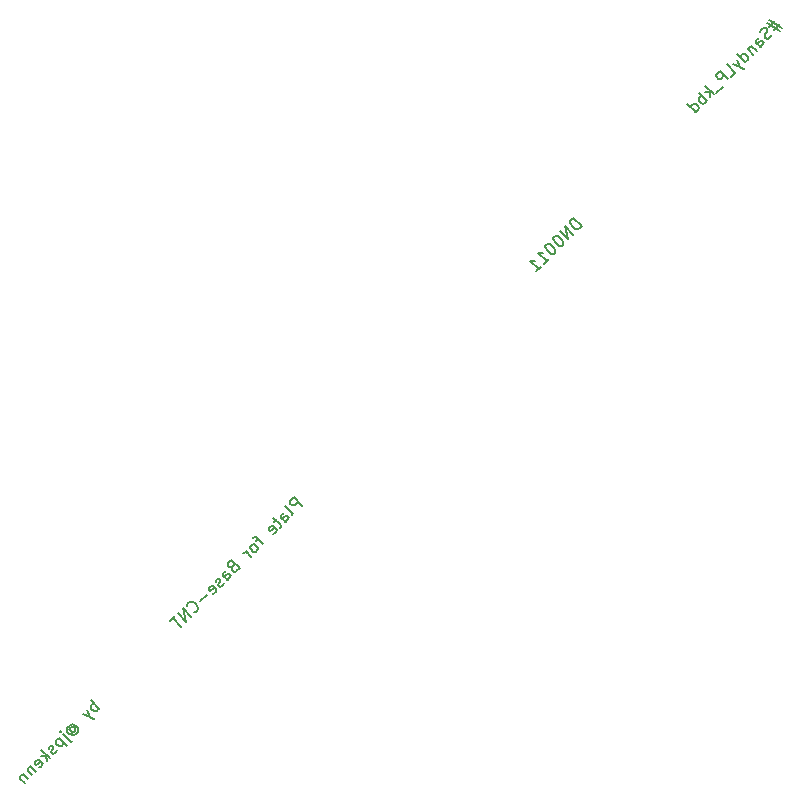
<source format=gbo>
G04 #@! TF.GenerationSoftware,KiCad,Pcbnew,8.0.5*
G04 #@! TF.CreationDate,2024-09-29T21:28:28+09:00*
G04 #@! TF.ProjectId,SandyLP_Plate_Base_Center,53616e64-794c-4505-9f50-6c6174655f42,v.0*
G04 #@! TF.SameCoordinates,Original*
G04 #@! TF.FileFunction,Legend,Bot*
G04 #@! TF.FilePolarity,Positive*
%FSLAX46Y46*%
G04 Gerber Fmt 4.6, Leading zero omitted, Abs format (unit mm)*
G04 Created by KiCad (PCBNEW 8.0.5) date 2024-09-29 21:28:28*
%MOMM*%
%LPD*%
G01*
G04 APERTURE LIST*
G04 Aperture macros list*
%AMRoundRect*
0 Rectangle with rounded corners*
0 $1 Rounding radius*
0 $2 $3 $4 $5 $6 $7 $8 $9 X,Y pos of 4 corners*
0 Add a 4 corners polygon primitive as box body*
4,1,4,$2,$3,$4,$5,$6,$7,$8,$9,$2,$3,0*
0 Add four circle primitives for the rounded corners*
1,1,$1+$1,$2,$3*
1,1,$1+$1,$4,$5*
1,1,$1+$1,$6,$7*
1,1,$1+$1,$8,$9*
0 Add four rect primitives between the rounded corners*
20,1,$1+$1,$2,$3,$4,$5,0*
20,1,$1+$1,$4,$5,$6,$7,0*
20,1,$1+$1,$6,$7,$8,$9,0*
20,1,$1+$1,$8,$9,$2,$3,0*%
G04 Aperture macros list end*
%ADD10C,0.150000*%
%ADD11RoundRect,0.900000X4.596201X-4.596187X-4.596187X4.596201X-4.596201X4.596187X4.596187X-4.596201X0*%
%ADD12RoundRect,0.900000X-4.596187X-4.596201X4.596201X4.596187X4.596187X4.596201X-4.596201X-4.596187X0*%
%ADD13RoundRect,0.900000X5.480070X5.480085X-5.480085X-5.480070X-5.480070X-5.480085X5.480085X5.480070X0*%
G04 APERTURE END LIST*
D10*
X177470491Y-79146377D02*
X176763385Y-78439270D01*
X176763385Y-78439270D02*
X176595026Y-78607629D01*
X176595026Y-78607629D02*
X176527682Y-78742316D01*
X176527682Y-78742316D02*
X176527682Y-78877003D01*
X176527682Y-78877003D02*
X176561354Y-78978018D01*
X176561354Y-78978018D02*
X176662369Y-79146377D01*
X176662369Y-79146377D02*
X176763385Y-79247392D01*
X176763385Y-79247392D02*
X176931743Y-79348408D01*
X176931743Y-79348408D02*
X177032759Y-79382079D01*
X177032759Y-79382079D02*
X177167446Y-79382079D01*
X177167446Y-79382079D02*
X177302133Y-79314736D01*
X177302133Y-79314736D02*
X177470491Y-79146377D01*
X176763385Y-79853484D02*
X176056278Y-79146377D01*
X176056278Y-79146377D02*
X176359324Y-80257545D01*
X176359324Y-80257545D02*
X175652217Y-79550438D01*
X175180812Y-80021843D02*
X175113469Y-80089186D01*
X175113469Y-80089186D02*
X175079797Y-80190201D01*
X175079797Y-80190201D02*
X175079797Y-80257545D01*
X175079797Y-80257545D02*
X175113469Y-80358560D01*
X175113469Y-80358560D02*
X175214484Y-80526919D01*
X175214484Y-80526919D02*
X175382843Y-80695278D01*
X175382843Y-80695278D02*
X175551202Y-80796293D01*
X175551202Y-80796293D02*
X175652217Y-80829965D01*
X175652217Y-80829965D02*
X175719560Y-80829965D01*
X175719560Y-80829965D02*
X175820576Y-80796293D01*
X175820576Y-80796293D02*
X175887919Y-80728949D01*
X175887919Y-80728949D02*
X175921591Y-80627934D01*
X175921591Y-80627934D02*
X175921591Y-80560591D01*
X175921591Y-80560591D02*
X175887919Y-80459575D01*
X175887919Y-80459575D02*
X175786904Y-80291217D01*
X175786904Y-80291217D02*
X175618545Y-80122858D01*
X175618545Y-80122858D02*
X175450186Y-80021843D01*
X175450186Y-80021843D02*
X175349171Y-79988171D01*
X175349171Y-79988171D02*
X175281828Y-79988171D01*
X175281828Y-79988171D02*
X175180812Y-80021843D01*
X174507377Y-80695278D02*
X174440034Y-80762621D01*
X174440034Y-80762621D02*
X174406362Y-80863636D01*
X174406362Y-80863636D02*
X174406362Y-80930980D01*
X174406362Y-80930980D02*
X174440034Y-81031995D01*
X174440034Y-81031995D02*
X174541049Y-81200354D01*
X174541049Y-81200354D02*
X174709408Y-81368713D01*
X174709408Y-81368713D02*
X174877766Y-81469728D01*
X174877766Y-81469728D02*
X174978782Y-81503400D01*
X174978782Y-81503400D02*
X175046125Y-81503400D01*
X175046125Y-81503400D02*
X175147140Y-81469728D01*
X175147140Y-81469728D02*
X175214484Y-81402384D01*
X175214484Y-81402384D02*
X175248156Y-81301369D01*
X175248156Y-81301369D02*
X175248156Y-81234026D01*
X175248156Y-81234026D02*
X175214484Y-81133010D01*
X175214484Y-81133010D02*
X175113469Y-80964652D01*
X175113469Y-80964652D02*
X174945110Y-80796293D01*
X174945110Y-80796293D02*
X174776751Y-80695278D01*
X174776751Y-80695278D02*
X174675736Y-80661606D01*
X174675736Y-80661606D02*
X174608392Y-80661606D01*
X174608392Y-80661606D02*
X174507377Y-80695278D01*
X174305347Y-82311522D02*
X174709408Y-81907461D01*
X174507377Y-82109491D02*
X173800270Y-81402384D01*
X173800270Y-81402384D02*
X173968629Y-81436056D01*
X173968629Y-81436056D02*
X174103316Y-81436056D01*
X174103316Y-81436056D02*
X174204331Y-81402384D01*
X173631912Y-82984957D02*
X174035973Y-82580896D01*
X173833942Y-82782926D02*
X173126835Y-82075819D01*
X173126835Y-82075819D02*
X173295194Y-82109491D01*
X173295194Y-82109491D02*
X173429881Y-82109491D01*
X173429881Y-82109491D02*
X173530896Y-82075819D01*
X153795861Y-102821007D02*
X153088754Y-102113900D01*
X153088754Y-102113900D02*
X152819380Y-102383274D01*
X152819380Y-102383274D02*
X152785709Y-102484290D01*
X152785709Y-102484290D02*
X152785709Y-102551633D01*
X152785709Y-102551633D02*
X152819380Y-102652648D01*
X152819380Y-102652648D02*
X152920396Y-102753664D01*
X152920396Y-102753664D02*
X153021411Y-102787335D01*
X153021411Y-102787335D02*
X153088754Y-102787335D01*
X153088754Y-102787335D02*
X153189770Y-102753664D01*
X153189770Y-102753664D02*
X153459144Y-102484290D01*
X152987739Y-103629129D02*
X153021411Y-103528114D01*
X153021411Y-103528114D02*
X152987739Y-103427099D01*
X152987739Y-103427099D02*
X152381648Y-102821007D01*
X152415319Y-104201549D02*
X152044930Y-103831160D01*
X152044930Y-103831160D02*
X152011258Y-103730145D01*
X152011258Y-103730145D02*
X152044930Y-103629130D01*
X152044930Y-103629130D02*
X152179617Y-103494443D01*
X152179617Y-103494443D02*
X152280632Y-103460771D01*
X152381647Y-104167878D02*
X152482663Y-104134206D01*
X152482663Y-104134206D02*
X152651021Y-103965847D01*
X152651021Y-103965847D02*
X152684693Y-103864832D01*
X152684693Y-103864832D02*
X152651021Y-103763817D01*
X152651021Y-103763817D02*
X152583678Y-103696473D01*
X152583678Y-103696473D02*
X152482663Y-103662801D01*
X152482663Y-103662801D02*
X152381647Y-103696473D01*
X152381647Y-103696473D02*
X152213289Y-103864832D01*
X152213289Y-103864832D02*
X152112273Y-103898504D01*
X151708212Y-103965847D02*
X151438838Y-104235221D01*
X151371495Y-103831160D02*
X151977586Y-104437252D01*
X151977586Y-104437252D02*
X152011258Y-104538267D01*
X152011258Y-104538267D02*
X151977586Y-104639282D01*
X151977586Y-104639282D02*
X151910243Y-104706626D01*
X151371494Y-105178030D02*
X151472510Y-105144359D01*
X151472510Y-105144359D02*
X151607197Y-105009672D01*
X151607197Y-105009672D02*
X151640868Y-104908656D01*
X151640868Y-104908656D02*
X151607197Y-104807641D01*
X151607197Y-104807641D02*
X151337823Y-104538267D01*
X151337823Y-104538267D02*
X151236807Y-104504595D01*
X151236807Y-104504595D02*
X151135792Y-104538267D01*
X151135792Y-104538267D02*
X151001105Y-104672954D01*
X151001105Y-104672954D02*
X150967433Y-104773969D01*
X150967433Y-104773969D02*
X151001105Y-104874985D01*
X151001105Y-104874985D02*
X151068449Y-104942328D01*
X151068449Y-104942328D02*
X151472510Y-104672954D01*
X150159311Y-105514748D02*
X149889937Y-105784122D01*
X150529700Y-106087168D02*
X149923609Y-105481076D01*
X149923609Y-105481076D02*
X149822594Y-105447405D01*
X149822594Y-105447405D02*
X149721578Y-105481076D01*
X149721578Y-105481076D02*
X149654235Y-105548420D01*
X150024624Y-106592245D02*
X150058295Y-106491229D01*
X150058295Y-106491229D02*
X150058295Y-106423886D01*
X150058295Y-106423886D02*
X150024624Y-106322871D01*
X150024624Y-106322871D02*
X149822593Y-106120840D01*
X149822593Y-106120840D02*
X149721578Y-106087168D01*
X149721578Y-106087168D02*
X149654234Y-106087168D01*
X149654234Y-106087168D02*
X149553219Y-106120840D01*
X149553219Y-106120840D02*
X149452204Y-106221855D01*
X149452204Y-106221855D02*
X149418532Y-106322871D01*
X149418532Y-106322871D02*
X149418532Y-106390214D01*
X149418532Y-106390214D02*
X149452204Y-106491229D01*
X149452204Y-106491229D02*
X149654234Y-106693260D01*
X149654234Y-106693260D02*
X149755250Y-106726932D01*
X149755250Y-106726932D02*
X149822593Y-106726932D01*
X149822593Y-106726932D02*
X149923608Y-106693260D01*
X149923608Y-106693260D02*
X150024624Y-106592245D01*
X149485876Y-107130993D02*
X149014471Y-106659588D01*
X149149158Y-106794275D02*
X149048143Y-106760603D01*
X149048143Y-106760603D02*
X148980799Y-106760603D01*
X148980799Y-106760603D02*
X148879784Y-106794275D01*
X148879784Y-106794275D02*
X148812441Y-106861619D01*
X147903303Y-107972787D02*
X147835959Y-108107474D01*
X147835959Y-108107474D02*
X147835959Y-108174817D01*
X147835959Y-108174817D02*
X147869631Y-108275833D01*
X147869631Y-108275833D02*
X147970646Y-108376848D01*
X147970646Y-108376848D02*
X148071662Y-108410520D01*
X148071662Y-108410520D02*
X148139005Y-108410520D01*
X148139005Y-108410520D02*
X148240020Y-108376848D01*
X148240020Y-108376848D02*
X148509394Y-108107474D01*
X148509394Y-108107474D02*
X147802288Y-107400367D01*
X147802288Y-107400367D02*
X147566585Y-107636069D01*
X147566585Y-107636069D02*
X147532914Y-107737085D01*
X147532914Y-107737085D02*
X147532914Y-107804428D01*
X147532914Y-107804428D02*
X147566585Y-107905443D01*
X147566585Y-107905443D02*
X147633929Y-107972787D01*
X147633929Y-107972787D02*
X147734944Y-108006459D01*
X147734944Y-108006459D02*
X147802288Y-108006459D01*
X147802288Y-108006459D02*
X147903303Y-107972787D01*
X147903303Y-107972787D02*
X148139005Y-107737085D01*
X147499242Y-109117626D02*
X147128853Y-108747237D01*
X147128853Y-108747237D02*
X147095181Y-108646222D01*
X147095181Y-108646222D02*
X147128853Y-108545207D01*
X147128853Y-108545207D02*
X147263540Y-108410520D01*
X147263540Y-108410520D02*
X147364555Y-108376848D01*
X147465570Y-109083955D02*
X147566585Y-109050283D01*
X147566585Y-109050283D02*
X147734944Y-108881924D01*
X147734944Y-108881924D02*
X147768616Y-108780909D01*
X147768616Y-108780909D02*
X147734944Y-108679894D01*
X147734944Y-108679894D02*
X147667601Y-108612550D01*
X147667601Y-108612550D02*
X147566585Y-108578878D01*
X147566585Y-108578878D02*
X147465570Y-108612550D01*
X147465570Y-108612550D02*
X147297211Y-108780909D01*
X147297211Y-108780909D02*
X147196196Y-108814581D01*
X147162524Y-109387001D02*
X147128853Y-109488016D01*
X147128853Y-109488016D02*
X146994166Y-109622703D01*
X146994166Y-109622703D02*
X146893150Y-109656375D01*
X146893150Y-109656375D02*
X146792135Y-109622703D01*
X146792135Y-109622703D02*
X146758463Y-109589031D01*
X146758463Y-109589031D02*
X146724792Y-109488016D01*
X146724792Y-109488016D02*
X146758463Y-109387001D01*
X146758463Y-109387001D02*
X146859479Y-109285985D01*
X146859479Y-109285985D02*
X146893150Y-109184970D01*
X146893150Y-109184970D02*
X146859479Y-109083955D01*
X146859479Y-109083955D02*
X146825807Y-109050283D01*
X146825807Y-109050283D02*
X146724792Y-109016611D01*
X146724792Y-109016611D02*
X146623776Y-109050283D01*
X146623776Y-109050283D02*
X146522761Y-109151298D01*
X146522761Y-109151298D02*
X146489089Y-109252314D01*
X146287059Y-110262466D02*
X146388074Y-110228794D01*
X146388074Y-110228794D02*
X146522761Y-110094107D01*
X146522761Y-110094107D02*
X146556433Y-109993092D01*
X146556433Y-109993092D02*
X146522761Y-109892077D01*
X146522761Y-109892077D02*
X146253387Y-109622703D01*
X146253387Y-109622703D02*
X146152372Y-109589031D01*
X146152372Y-109589031D02*
X146051356Y-109622703D01*
X146051356Y-109622703D02*
X145916669Y-109757390D01*
X145916669Y-109757390D02*
X145882998Y-109858405D01*
X145882998Y-109858405D02*
X145916669Y-109959420D01*
X145916669Y-109959420D02*
X145984013Y-110026764D01*
X145984013Y-110026764D02*
X146388074Y-109757390D01*
X145714639Y-110363482D02*
X145175891Y-110902230D01*
X144637143Y-111845038D02*
X144704486Y-111845038D01*
X144704486Y-111845038D02*
X144839173Y-111777695D01*
X144839173Y-111777695D02*
X144906517Y-111710351D01*
X144906517Y-111710351D02*
X144973860Y-111575664D01*
X144973860Y-111575664D02*
X144973860Y-111440977D01*
X144973860Y-111440977D02*
X144940189Y-111339962D01*
X144940189Y-111339962D02*
X144839173Y-111171603D01*
X144839173Y-111171603D02*
X144738158Y-111070588D01*
X144738158Y-111070588D02*
X144569799Y-110969573D01*
X144569799Y-110969573D02*
X144468784Y-110935901D01*
X144468784Y-110935901D02*
X144334097Y-110935901D01*
X144334097Y-110935901D02*
X144199410Y-111003245D01*
X144199410Y-111003245D02*
X144132067Y-111070588D01*
X144132067Y-111070588D02*
X144064723Y-111205275D01*
X144064723Y-111205275D02*
X144064723Y-111272619D01*
X144401441Y-112215428D02*
X143694334Y-111508321D01*
X143694334Y-111508321D02*
X143997380Y-112619489D01*
X143997380Y-112619489D02*
X143290273Y-111912382D01*
X143054571Y-112148084D02*
X142650510Y-112552145D01*
X143559647Y-113057221D02*
X142852540Y-112350115D01*
X193870542Y-61803518D02*
X193365465Y-62308594D01*
X193365465Y-61702502D02*
X194476633Y-62409609D01*
X193735855Y-62544296D02*
X194240931Y-62039220D01*
X194240931Y-62645312D02*
X193129763Y-61938205D01*
X193601168Y-62948357D02*
X193533824Y-63083044D01*
X193533824Y-63083044D02*
X193365465Y-63251403D01*
X193365465Y-63251403D02*
X193264450Y-63285075D01*
X193264450Y-63285075D02*
X193197107Y-63285075D01*
X193197107Y-63285075D02*
X193096091Y-63251403D01*
X193096091Y-63251403D02*
X193028748Y-63184060D01*
X193028748Y-63184060D02*
X192995076Y-63083044D01*
X192995076Y-63083044D02*
X192995076Y-63015701D01*
X192995076Y-63015701D02*
X193028748Y-62914686D01*
X193028748Y-62914686D02*
X193129763Y-62746327D01*
X193129763Y-62746327D02*
X193163435Y-62645312D01*
X193163435Y-62645312D02*
X193163435Y-62577968D01*
X193163435Y-62577968D02*
X193129763Y-62476953D01*
X193129763Y-62476953D02*
X193062420Y-62409609D01*
X193062420Y-62409609D02*
X192961404Y-62375938D01*
X192961404Y-62375938D02*
X192894061Y-62375938D01*
X192894061Y-62375938D02*
X192793046Y-62409609D01*
X192793046Y-62409609D02*
X192624687Y-62577968D01*
X192624687Y-62577968D02*
X192557343Y-62712655D01*
X192624687Y-63992182D02*
X192254297Y-63621792D01*
X192254297Y-63621792D02*
X192220626Y-63520777D01*
X192220626Y-63520777D02*
X192254297Y-63419762D01*
X192254297Y-63419762D02*
X192388984Y-63285075D01*
X192388984Y-63285075D02*
X192490000Y-63251403D01*
X192591015Y-63958510D02*
X192692030Y-63924838D01*
X192692030Y-63924838D02*
X192860389Y-63756479D01*
X192860389Y-63756479D02*
X192894061Y-63655464D01*
X192894061Y-63655464D02*
X192860389Y-63554449D01*
X192860389Y-63554449D02*
X192793045Y-63487105D01*
X192793045Y-63487105D02*
X192692030Y-63453434D01*
X192692030Y-63453434D02*
X192591015Y-63487105D01*
X192591015Y-63487105D02*
X192422656Y-63655464D01*
X192422656Y-63655464D02*
X192321641Y-63689136D01*
X191816565Y-63857495D02*
X192287969Y-64328899D01*
X191883908Y-63924838D02*
X191816565Y-63924838D01*
X191816565Y-63924838D02*
X191715549Y-63958510D01*
X191715549Y-63958510D02*
X191614534Y-64059525D01*
X191614534Y-64059525D02*
X191580862Y-64160540D01*
X191580862Y-64160540D02*
X191614534Y-64261556D01*
X191614534Y-64261556D02*
X191984923Y-64631945D01*
X191345160Y-65271708D02*
X190638053Y-64564602D01*
X191311488Y-65238037D02*
X191412504Y-65204365D01*
X191412504Y-65204365D02*
X191547191Y-65069678D01*
X191547191Y-65069678D02*
X191580862Y-64968663D01*
X191580862Y-64968663D02*
X191580862Y-64901319D01*
X191580862Y-64901319D02*
X191547191Y-64800304D01*
X191547191Y-64800304D02*
X191345160Y-64598273D01*
X191345160Y-64598273D02*
X191244145Y-64564602D01*
X191244145Y-64564602D02*
X191176801Y-64564602D01*
X191176801Y-64564602D02*
X191075786Y-64598273D01*
X191075786Y-64598273D02*
X190941099Y-64732960D01*
X190941099Y-64732960D02*
X190907427Y-64833976D01*
X190604381Y-65069678D02*
X190907427Y-65709441D01*
X190267664Y-65406395D02*
X190907427Y-65709441D01*
X190907427Y-65709441D02*
X191143129Y-65810456D01*
X191143129Y-65810456D02*
X191210473Y-65810456D01*
X191210473Y-65810456D02*
X191311488Y-65776785D01*
X190132977Y-66483892D02*
X190469694Y-66147174D01*
X190469694Y-66147174D02*
X189762587Y-65440067D01*
X189897274Y-66719594D02*
X189190168Y-66012487D01*
X189190168Y-66012487D02*
X188920794Y-66281861D01*
X188920794Y-66281861D02*
X188887122Y-66382876D01*
X188887122Y-66382876D02*
X188887122Y-66450220D01*
X188887122Y-66450220D02*
X188920794Y-66551235D01*
X188920794Y-66551235D02*
X189021809Y-66652250D01*
X189021809Y-66652250D02*
X189122824Y-66685922D01*
X189122824Y-66685922D02*
X189190168Y-66685922D01*
X189190168Y-66685922D02*
X189291183Y-66652250D01*
X189291183Y-66652250D02*
X189560557Y-66382876D01*
X189425870Y-67325686D02*
X188887122Y-67864434D01*
X188651419Y-67965449D02*
X187944313Y-67258342D01*
X188314702Y-67763418D02*
X188382045Y-68234823D01*
X187910641Y-67763418D02*
X188449389Y-67763418D01*
X188078999Y-68537869D02*
X187371893Y-67830762D01*
X187641267Y-68100136D02*
X187540251Y-68133808D01*
X187540251Y-68133808D02*
X187405564Y-68268495D01*
X187405564Y-68268495D02*
X187371893Y-68369510D01*
X187371893Y-68369510D02*
X187371893Y-68436854D01*
X187371893Y-68436854D02*
X187405564Y-68537869D01*
X187405564Y-68537869D02*
X187607595Y-68739899D01*
X187607595Y-68739899D02*
X187708610Y-68773571D01*
X187708610Y-68773571D02*
X187775954Y-68773571D01*
X187775954Y-68773571D02*
X187876969Y-68739899D01*
X187876969Y-68739899D02*
X188011656Y-68605212D01*
X188011656Y-68605212D02*
X188045328Y-68504197D01*
X187136190Y-69480678D02*
X186429084Y-68773571D01*
X187102519Y-69447006D02*
X187203534Y-69413334D01*
X187203534Y-69413334D02*
X187338221Y-69278647D01*
X187338221Y-69278647D02*
X187371893Y-69177632D01*
X187371893Y-69177632D02*
X187371893Y-69110289D01*
X187371893Y-69110289D02*
X187338221Y-69009273D01*
X187338221Y-69009273D02*
X187136190Y-68807243D01*
X187136190Y-68807243D02*
X187035175Y-68773571D01*
X187035175Y-68773571D02*
X186967832Y-68773571D01*
X186967832Y-68773571D02*
X186866816Y-68807243D01*
X186866816Y-68807243D02*
X186732129Y-68941930D01*
X186732129Y-68941930D02*
X186698458Y-69042945D01*
X136621360Y-119995508D02*
X135914254Y-119288401D01*
X136183628Y-119557775D02*
X136082612Y-119591447D01*
X136082612Y-119591447D02*
X135947925Y-119726134D01*
X135947925Y-119726134D02*
X135914254Y-119827149D01*
X135914254Y-119827149D02*
X135914254Y-119894493D01*
X135914254Y-119894493D02*
X135947925Y-119995508D01*
X135947925Y-119995508D02*
X136149956Y-120197539D01*
X136149956Y-120197539D02*
X136250971Y-120231210D01*
X136250971Y-120231210D02*
X136318315Y-120231210D01*
X136318315Y-120231210D02*
X136419330Y-120197539D01*
X136419330Y-120197539D02*
X136554017Y-120062852D01*
X136554017Y-120062852D02*
X136587689Y-119961836D01*
X135577536Y-120096523D02*
X135880582Y-120736287D01*
X135240818Y-120433241D02*
X135880582Y-120736287D01*
X135880582Y-120736287D02*
X136116284Y-120837302D01*
X136116284Y-120837302D02*
X136183627Y-120837302D01*
X136183627Y-120837302D02*
X136284643Y-120803630D01*
X134129650Y-121813783D02*
X134129650Y-121746440D01*
X134129650Y-121746440D02*
X134163322Y-121645424D01*
X134163322Y-121645424D02*
X134230666Y-121578081D01*
X134230666Y-121578081D02*
X134331681Y-121544409D01*
X134331681Y-121544409D02*
X134399024Y-121544409D01*
X134399024Y-121544409D02*
X134500040Y-121578081D01*
X134500040Y-121578081D02*
X134567383Y-121645424D01*
X134567383Y-121645424D02*
X134601055Y-121746440D01*
X134601055Y-121746440D02*
X134601055Y-121813783D01*
X134601055Y-121813783D02*
X134567383Y-121914798D01*
X134567383Y-121914798D02*
X134500040Y-121982142D01*
X134500040Y-121982142D02*
X134399024Y-122015814D01*
X134399024Y-122015814D02*
X134331681Y-122015814D01*
X134062307Y-121746440D02*
X134331681Y-122015814D01*
X134331681Y-122015814D02*
X134331681Y-122083157D01*
X134331681Y-122083157D02*
X134298009Y-122116829D01*
X134298009Y-122116829D02*
X134196994Y-122150501D01*
X134196994Y-122150501D02*
X134095979Y-122116829D01*
X134095979Y-122116829D02*
X133927620Y-121948470D01*
X133927620Y-121948470D02*
X133893948Y-121780111D01*
X133893948Y-121780111D02*
X133927620Y-121611753D01*
X133927620Y-121611753D02*
X134028635Y-121443394D01*
X134028635Y-121443394D02*
X134196994Y-121342379D01*
X134196994Y-121342379D02*
X134365353Y-121308707D01*
X134365353Y-121308707D02*
X134533711Y-121342379D01*
X134533711Y-121342379D02*
X134702070Y-121443394D01*
X134702070Y-121443394D02*
X134803085Y-121611753D01*
X134803085Y-121611753D02*
X134836757Y-121780111D01*
X134836757Y-121780111D02*
X134803085Y-121948470D01*
X134803085Y-121948470D02*
X134702070Y-122116829D01*
X134702070Y-122116829D02*
X134533711Y-122217844D01*
X134533711Y-122217844D02*
X134365353Y-122251516D01*
X133523559Y-122150500D02*
X134129650Y-122756592D01*
X134129650Y-122756592D02*
X134230666Y-122790264D01*
X134230666Y-122790264D02*
X134331681Y-122756592D01*
X134331681Y-122756592D02*
X134365353Y-122722920D01*
X133287857Y-121914798D02*
X133355200Y-121914798D01*
X133355200Y-121914798D02*
X133355200Y-121982142D01*
X133355200Y-121982142D02*
X133287857Y-121982142D01*
X133287857Y-121982142D02*
X133287857Y-121914798D01*
X133287857Y-121914798D02*
X133355200Y-121982142D01*
X133186842Y-122487218D02*
X133893949Y-123194324D01*
X133220514Y-122520889D02*
X133119498Y-122554561D01*
X133119498Y-122554561D02*
X132984811Y-122689248D01*
X132984811Y-122689248D02*
X132951140Y-122790263D01*
X132951140Y-122790263D02*
X132951140Y-122857607D01*
X132951140Y-122857607D02*
X132984811Y-122958622D01*
X132984811Y-122958622D02*
X133186842Y-123160653D01*
X133186842Y-123160653D02*
X133287857Y-123194324D01*
X133287857Y-123194324D02*
X133355201Y-123194324D01*
X133355201Y-123194324D02*
X133456216Y-123160653D01*
X133456216Y-123160653D02*
X133590903Y-123025966D01*
X133590903Y-123025966D02*
X133624575Y-122924950D01*
X133018483Y-123531042D02*
X132984811Y-123632057D01*
X132984811Y-123632057D02*
X132850124Y-123766744D01*
X132850124Y-123766744D02*
X132749109Y-123800416D01*
X132749109Y-123800416D02*
X132648094Y-123766744D01*
X132648094Y-123766744D02*
X132614422Y-123733072D01*
X132614422Y-123733072D02*
X132580750Y-123632057D01*
X132580750Y-123632057D02*
X132614422Y-123531042D01*
X132614422Y-123531042D02*
X132715437Y-123430027D01*
X132715437Y-123430027D02*
X132749109Y-123329011D01*
X132749109Y-123329011D02*
X132715437Y-123227996D01*
X132715437Y-123227996D02*
X132681765Y-123194324D01*
X132681765Y-123194324D02*
X132580750Y-123160653D01*
X132580750Y-123160653D02*
X132479735Y-123194324D01*
X132479735Y-123194324D02*
X132378720Y-123295340D01*
X132378720Y-123295340D02*
X132345048Y-123396355D01*
X132446063Y-124170805D02*
X131738956Y-123463699D01*
X132109346Y-123968775D02*
X132176689Y-124440179D01*
X131705285Y-123968775D02*
X132244033Y-123968775D01*
X131570597Y-124978927D02*
X131671613Y-124945256D01*
X131671613Y-124945256D02*
X131806300Y-124810569D01*
X131806300Y-124810569D02*
X131839971Y-124709553D01*
X131839971Y-124709553D02*
X131806300Y-124608538D01*
X131806300Y-124608538D02*
X131536926Y-124339164D01*
X131536926Y-124339164D02*
X131435910Y-124305492D01*
X131435910Y-124305492D02*
X131334895Y-124339164D01*
X131334895Y-124339164D02*
X131200208Y-124473851D01*
X131200208Y-124473851D02*
X131166536Y-124574866D01*
X131166536Y-124574866D02*
X131200208Y-124675882D01*
X131200208Y-124675882D02*
X131267552Y-124743225D01*
X131267552Y-124743225D02*
X131671613Y-124473851D01*
X130796147Y-124877912D02*
X131267552Y-125349317D01*
X130863490Y-124945256D02*
X130796147Y-124945256D01*
X130796147Y-124945256D02*
X130695132Y-124978928D01*
X130695132Y-124978928D02*
X130594116Y-125079943D01*
X130594116Y-125079943D02*
X130560445Y-125180958D01*
X130560445Y-125180958D02*
X130594116Y-125281973D01*
X130594116Y-125281973D02*
X130964506Y-125652363D01*
X130156384Y-125517676D02*
X130627788Y-125989080D01*
X130223727Y-125585019D02*
X130156384Y-125585019D01*
X130156384Y-125585019D02*
X130055368Y-125618691D01*
X130055368Y-125618691D02*
X129954353Y-125719706D01*
X129954353Y-125719706D02*
X129920681Y-125820721D01*
X129920681Y-125820721D02*
X129954353Y-125921737D01*
X129954353Y-125921737D02*
X130324742Y-126292126D01*
%LPC*%
D11*
X191690292Y-76055295D03*
D12*
X191690292Y-66862907D03*
X200882680Y-76055295D03*
D11*
X200882680Y-66862907D03*
D13*
X172258113Y-104679861D03*
D11*
X162181841Y-105563745D03*
X173141997Y-94603589D03*
D13*
X163065725Y-95487473D03*
D11*
X122654573Y-118150246D03*
D12*
X122654573Y-108957858D03*
X131846961Y-118150246D03*
D11*
X131846961Y-108957858D03*
X134441159Y-133304428D03*
D12*
X134441159Y-124112040D03*
X143633547Y-133304428D03*
D11*
X143633547Y-124112040D03*
X149595341Y-118150246D03*
D12*
X149595341Y-108957858D03*
X158787729Y-118150246D03*
D11*
X158787729Y-108957858D03*
X176536110Y-91209477D03*
D12*
X176536110Y-82017089D03*
X185728498Y-91209477D03*
D11*
X185728498Y-82017089D03*
X176536110Y-64268709D03*
D12*
X176536110Y-55076321D03*
X185728498Y-64268709D03*
D11*
X185728498Y-55076321D03*
%LPD*%
M02*

</source>
